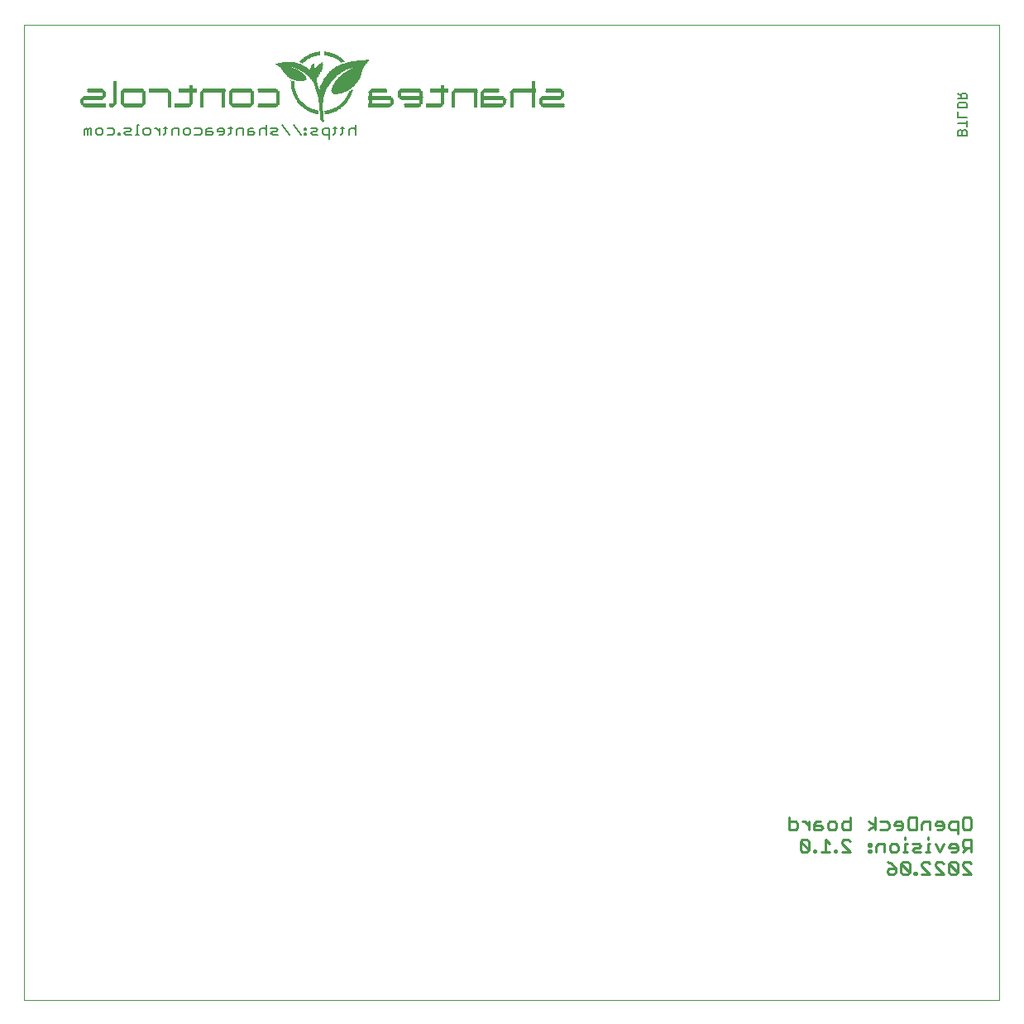
<source format=gbo>
G75*
%MOIN*%
%OFA0B0*%
%FSLAX25Y25*%
%IPPOS*%
%LPD*%
%AMOC8*
5,1,8,0,0,1.08239X$1,22.5*
%
%ADD10C,0.00000*%
%ADD11C,0.00800*%
%ADD12C,0.00900*%
%ADD13C,0.00600*%
%ADD14R,0.00200X0.00100*%
%ADD15R,0.00300X0.00100*%
%ADD16R,0.00400X0.00100*%
%ADD17R,0.00600X0.00100*%
%ADD18R,0.00700X0.00100*%
%ADD19R,0.00900X0.00100*%
%ADD20R,0.01000X0.00100*%
%ADD21R,0.01200X0.00100*%
%ADD22R,0.01100X0.00100*%
%ADD23R,0.01300X0.00100*%
%ADD24R,0.01800X0.00100*%
%ADD25R,0.02200X0.00100*%
%ADD26R,0.01500X0.00100*%
%ADD27R,0.02600X0.00100*%
%ADD28R,0.01900X0.00100*%
%ADD29R,0.02900X0.00100*%
%ADD30R,0.03200X0.00100*%
%ADD31R,0.02500X0.00100*%
%ADD32R,0.03500X0.00100*%
%ADD33R,0.02700X0.00100*%
%ADD34R,0.03700X0.00100*%
%ADD35R,0.03000X0.00100*%
%ADD36R,0.04000X0.00100*%
%ADD37R,0.03300X0.00100*%
%ADD38R,0.04200X0.00100*%
%ADD39R,0.04400X0.00100*%
%ADD40R,0.03600X0.00100*%
%ADD41R,0.04500X0.00100*%
%ADD42R,0.03800X0.00100*%
%ADD43R,0.03900X0.00100*%
%ADD44R,0.03400X0.00100*%
%ADD45R,0.03100X0.00100*%
%ADD46R,0.02800X0.00100*%
%ADD47R,0.02400X0.00100*%
%ADD48R,0.02300X0.00100*%
%ADD49R,0.01400X0.00100*%
%ADD50R,0.08900X0.00100*%
%ADD51R,0.01600X0.00100*%
%ADD52R,0.06000X0.00100*%
%ADD53R,0.02100X0.00100*%
%ADD54R,0.07400X0.00100*%
%ADD55R,0.09000X0.00100*%
%ADD56R,0.06100X0.00100*%
%ADD57R,0.07500X0.00100*%
%ADD58R,0.07600X0.00100*%
%ADD59R,0.01700X0.00100*%
%ADD60R,0.09100X0.00100*%
%ADD61R,0.06200X0.00100*%
%ADD62R,0.02000X0.00100*%
%ADD63R,0.07800X0.00100*%
%ADD64R,0.09200X0.00100*%
%ADD65R,0.06300X0.00100*%
%ADD66R,0.07700X0.00100*%
%ADD67R,0.08000X0.00100*%
%ADD68R,0.09300X0.00100*%
%ADD69R,0.06400X0.00100*%
%ADD70R,0.08200X0.00100*%
%ADD71R,0.09400X0.00100*%
%ADD72R,0.06500X0.00100*%
%ADD73R,0.07900X0.00100*%
%ADD74R,0.08400X0.00100*%
%ADD75R,0.09500X0.00100*%
%ADD76R,0.06600X0.00100*%
%ADD77R,0.08600X0.00100*%
%ADD78R,0.09600X0.00100*%
%ADD79R,0.06700X0.00100*%
%ADD80R,0.08100X0.00100*%
%ADD81R,0.08800X0.00100*%
%ADD82R,0.09700X0.00100*%
%ADD83R,0.06800X0.00100*%
%ADD84R,0.09800X0.00100*%
%ADD85R,0.06900X0.00100*%
%ADD86R,0.08300X0.00100*%
%ADD87R,0.09900X0.00100*%
%ADD88R,0.07000X0.00100*%
%ADD89R,0.10000X0.00100*%
%ADD90R,0.07100X0.00100*%
%ADD91R,0.08500X0.00100*%
%ADD92R,0.10100X0.00100*%
%ADD93R,0.07200X0.00100*%
%ADD94R,0.10200X0.00100*%
%ADD95R,0.07300X0.00100*%
%ADD96R,0.08700X0.00100*%
%ADD97R,0.10300X0.00100*%
%ADD98R,0.10400X0.00100*%
%ADD99R,0.04600X0.00100*%
%ADD100R,0.04900X0.00100*%
%ADD101R,0.05200X0.00100*%
%ADD102R,0.05400X0.00100*%
%ADD103R,0.05700X0.00100*%
%ADD104R,0.00800X0.00100*%
%ADD105R,0.05900X0.00100*%
%ADD106R,0.00100X0.00100*%
%ADD107R,0.05500X0.00100*%
%ADD108R,0.04100X0.00100*%
%ADD109R,0.04300X0.00100*%
%ADD110R,0.04700X0.00100*%
%ADD111R,0.05100X0.00100*%
%ADD112R,0.05300X0.00100*%
%ADD113R,0.04800X0.00100*%
%ADD114R,0.05000X0.00100*%
%ADD115R,0.05800X0.00100*%
%ADD116R,0.05600X0.00100*%
%ADD117R,0.11100X0.00100*%
%ADD118R,0.11000X0.00100*%
%ADD119R,0.10900X0.00100*%
%ADD120R,0.10800X0.00100*%
%ADD121R,0.10700X0.00100*%
%ADD122R,0.10500X0.00100*%
%ADD123R,0.00500X0.00100*%
D10*
X0001500Y0001500D02*
X0001500Y0394500D01*
X0394500Y0394500D01*
X0394500Y0001500D01*
X0001500Y0001500D01*
D11*
X0025640Y0349900D02*
X0025640Y0352002D01*
X0026341Y0352702D01*
X0027041Y0352002D01*
X0027041Y0349900D01*
X0028442Y0349900D02*
X0028442Y0352702D01*
X0027742Y0352702D01*
X0027041Y0352002D01*
X0030244Y0352002D02*
X0030945Y0352702D01*
X0032346Y0352702D01*
X0033046Y0352002D01*
X0033046Y0350601D01*
X0032346Y0349900D01*
X0030945Y0349900D01*
X0030244Y0350601D01*
X0030244Y0352002D01*
X0034848Y0352702D02*
X0036950Y0352702D01*
X0037650Y0352002D01*
X0037650Y0350601D01*
X0036950Y0349900D01*
X0034848Y0349900D01*
X0039252Y0349900D02*
X0039952Y0349900D01*
X0039952Y0350601D01*
X0039252Y0350601D01*
X0039252Y0349900D01*
X0041754Y0350601D02*
X0042454Y0351301D01*
X0043856Y0351301D01*
X0044556Y0352002D01*
X0043856Y0352702D01*
X0041754Y0352702D01*
X0041754Y0350601D02*
X0042454Y0349900D01*
X0044556Y0349900D01*
X0046224Y0349900D02*
X0047625Y0349900D01*
X0046925Y0349900D02*
X0046925Y0354104D01*
X0047625Y0354104D01*
X0049427Y0352002D02*
X0050128Y0352702D01*
X0051529Y0352702D01*
X0052229Y0352002D01*
X0052229Y0350601D01*
X0051529Y0349900D01*
X0050128Y0349900D01*
X0049427Y0350601D01*
X0049427Y0352002D01*
X0053964Y0352702D02*
X0054665Y0352702D01*
X0056066Y0351301D01*
X0056066Y0349900D02*
X0056066Y0352702D01*
X0057734Y0352702D02*
X0059135Y0352702D01*
X0058435Y0353403D02*
X0058435Y0350601D01*
X0057734Y0349900D01*
X0060937Y0349900D02*
X0060937Y0352002D01*
X0061637Y0352702D01*
X0063739Y0352702D01*
X0063739Y0349900D01*
X0065541Y0350601D02*
X0065541Y0352002D01*
X0066241Y0352702D01*
X0067643Y0352702D01*
X0068343Y0352002D01*
X0068343Y0350601D01*
X0067643Y0349900D01*
X0066241Y0349900D01*
X0065541Y0350601D01*
X0070145Y0349900D02*
X0072246Y0349900D01*
X0072947Y0350601D01*
X0072947Y0352002D01*
X0072246Y0352702D01*
X0070145Y0352702D01*
X0074749Y0352002D02*
X0074749Y0349900D01*
X0076850Y0349900D01*
X0077551Y0350601D01*
X0076850Y0351301D01*
X0074749Y0351301D01*
X0074749Y0352002D02*
X0075449Y0352702D01*
X0076850Y0352702D01*
X0079352Y0352002D02*
X0079352Y0351301D01*
X0082155Y0351301D01*
X0082155Y0350601D02*
X0082155Y0352002D01*
X0081454Y0352702D01*
X0080053Y0352702D01*
X0079352Y0352002D01*
X0080053Y0349900D02*
X0081454Y0349900D01*
X0082155Y0350601D01*
X0083823Y0349900D02*
X0084524Y0350601D01*
X0084524Y0353403D01*
X0085224Y0352702D02*
X0083823Y0352702D01*
X0087026Y0352002D02*
X0087026Y0349900D01*
X0087026Y0352002D02*
X0087726Y0352702D01*
X0089828Y0352702D01*
X0089828Y0349900D01*
X0091630Y0349900D02*
X0093731Y0349900D01*
X0094432Y0350601D01*
X0093731Y0351301D01*
X0091630Y0351301D01*
X0091630Y0352002D02*
X0091630Y0349900D01*
X0091630Y0352002D02*
X0092330Y0352702D01*
X0093731Y0352702D01*
X0096234Y0352002D02*
X0096234Y0349900D01*
X0096234Y0352002D02*
X0096934Y0352702D01*
X0098335Y0352702D01*
X0099036Y0352002D01*
X0100837Y0352702D02*
X0102939Y0352702D01*
X0103640Y0352002D01*
X0102939Y0351301D01*
X0101538Y0351301D01*
X0100837Y0350601D01*
X0101538Y0349900D01*
X0103640Y0349900D01*
X0105441Y0354104D02*
X0108244Y0349900D01*
X0110045Y0354104D02*
X0112848Y0349900D01*
X0114449Y0349900D02*
X0115150Y0349900D01*
X0115150Y0350601D01*
X0114449Y0350601D01*
X0114449Y0349900D01*
X0114449Y0352002D02*
X0115150Y0352002D01*
X0115150Y0352702D01*
X0114449Y0352702D01*
X0114449Y0352002D01*
X0116951Y0352702D02*
X0119053Y0352702D01*
X0119754Y0352002D01*
X0119053Y0351301D01*
X0117652Y0351301D01*
X0116951Y0350601D01*
X0117652Y0349900D01*
X0119754Y0349900D01*
X0121555Y0350601D02*
X0122256Y0349900D01*
X0124358Y0349900D01*
X0124358Y0348499D02*
X0124358Y0352702D01*
X0122256Y0352702D01*
X0121555Y0352002D01*
X0121555Y0350601D01*
X0126026Y0349900D02*
X0126726Y0350601D01*
X0126726Y0353403D01*
X0126026Y0352702D02*
X0127427Y0352702D01*
X0129095Y0352702D02*
X0130496Y0352702D01*
X0129795Y0353403D02*
X0129795Y0350601D01*
X0129095Y0349900D01*
X0132298Y0349900D02*
X0132298Y0352002D01*
X0132998Y0352702D01*
X0134399Y0352702D01*
X0135100Y0352002D01*
X0135100Y0354104D02*
X0135100Y0349900D01*
X0099036Y0349900D02*
X0099036Y0354104D01*
D12*
X0309667Y0075054D02*
X0309667Y0069950D01*
X0312220Y0069950D01*
X0313070Y0070801D01*
X0313070Y0072502D01*
X0312220Y0073353D01*
X0309667Y0073353D01*
X0315122Y0073353D02*
X0315973Y0073353D01*
X0317674Y0071651D01*
X0317674Y0069950D02*
X0317674Y0073353D01*
X0319796Y0072502D02*
X0319796Y0069950D01*
X0322348Y0069950D01*
X0323199Y0070801D01*
X0322348Y0071651D01*
X0319796Y0071651D01*
X0319796Y0072502D02*
X0320647Y0073353D01*
X0322348Y0073353D01*
X0325321Y0072502D02*
X0325321Y0070801D01*
X0326171Y0069950D01*
X0327873Y0069950D01*
X0328724Y0070801D01*
X0328724Y0072502D01*
X0327873Y0073353D01*
X0326171Y0073353D01*
X0325321Y0072502D01*
X0330845Y0072502D02*
X0330845Y0070801D01*
X0331696Y0069950D01*
X0334248Y0069950D01*
X0334248Y0075054D01*
X0334248Y0073353D02*
X0331696Y0073353D01*
X0330845Y0072502D01*
X0331696Y0066054D02*
X0333398Y0066054D01*
X0334248Y0065204D01*
X0331696Y0066054D02*
X0330845Y0065204D01*
X0330845Y0064353D01*
X0334248Y0060950D01*
X0330845Y0060950D01*
X0328724Y0060950D02*
X0327873Y0060950D01*
X0327873Y0061801D01*
X0328724Y0061801D01*
X0328724Y0060950D01*
X0325961Y0060950D02*
X0322558Y0060950D01*
X0324260Y0060950D02*
X0324260Y0066054D01*
X0325961Y0064353D01*
X0320437Y0061801D02*
X0319586Y0061801D01*
X0319586Y0060950D01*
X0320437Y0060950D01*
X0320437Y0061801D01*
X0317674Y0061801D02*
X0314271Y0065204D01*
X0314271Y0061801D01*
X0315122Y0060950D01*
X0316823Y0060950D01*
X0317674Y0061801D01*
X0317674Y0065204D01*
X0316823Y0066054D01*
X0315122Y0066054D01*
X0314271Y0065204D01*
X0341685Y0064353D02*
X0341685Y0063502D01*
X0342535Y0063502D01*
X0342535Y0064353D01*
X0341685Y0064353D01*
X0341685Y0061801D02*
X0341685Y0060950D01*
X0342535Y0060950D01*
X0342535Y0061801D01*
X0341685Y0061801D01*
X0344657Y0060950D02*
X0344657Y0063502D01*
X0345508Y0064353D01*
X0348060Y0064353D01*
X0348060Y0060950D01*
X0350182Y0061801D02*
X0350182Y0063502D01*
X0351033Y0064353D01*
X0352734Y0064353D01*
X0353585Y0063502D01*
X0353585Y0061801D01*
X0352734Y0060950D01*
X0351033Y0060950D01*
X0350182Y0061801D01*
X0349261Y0057054D02*
X0350963Y0056204D01*
X0352664Y0054502D01*
X0350112Y0054502D01*
X0349261Y0053651D01*
X0349261Y0052801D01*
X0350112Y0051950D01*
X0351813Y0051950D01*
X0352664Y0052801D01*
X0352664Y0054502D01*
X0354786Y0052801D02*
X0355637Y0051950D01*
X0357338Y0051950D01*
X0358189Y0052801D01*
X0354786Y0056204D01*
X0354786Y0052801D01*
X0354786Y0056204D02*
X0355637Y0057054D01*
X0357338Y0057054D01*
X0358189Y0056204D01*
X0358189Y0052801D01*
X0360100Y0052801D02*
X0360100Y0051950D01*
X0360951Y0051950D01*
X0360951Y0052801D01*
X0360100Y0052801D01*
X0363073Y0051950D02*
X0366476Y0051950D01*
X0363073Y0055353D01*
X0363073Y0056204D01*
X0363924Y0057054D01*
X0365625Y0057054D01*
X0366476Y0056204D01*
X0368598Y0056204D02*
X0368598Y0055353D01*
X0372001Y0051950D01*
X0368598Y0051950D01*
X0368598Y0056204D02*
X0369448Y0057054D01*
X0371150Y0057054D01*
X0372001Y0056204D01*
X0374122Y0056204D02*
X0374122Y0052801D01*
X0374973Y0051950D01*
X0376675Y0051950D01*
X0377525Y0052801D01*
X0374122Y0056204D01*
X0374973Y0057054D01*
X0376675Y0057054D01*
X0377525Y0056204D01*
X0377525Y0052801D01*
X0379647Y0051950D02*
X0383050Y0051950D01*
X0379647Y0055353D01*
X0379647Y0056204D01*
X0380498Y0057054D01*
X0382199Y0057054D01*
X0383050Y0056204D01*
X0383050Y0060950D02*
X0383050Y0066054D01*
X0380498Y0066054D01*
X0379647Y0065204D01*
X0379647Y0063502D01*
X0380498Y0062651D01*
X0383050Y0062651D01*
X0381349Y0062651D02*
X0379647Y0060950D01*
X0377525Y0061801D02*
X0377525Y0063502D01*
X0376675Y0064353D01*
X0374973Y0064353D01*
X0374122Y0063502D01*
X0374122Y0062651D01*
X0377525Y0062651D01*
X0377525Y0061801D02*
X0376675Y0060950D01*
X0374973Y0060950D01*
X0372001Y0064353D02*
X0370299Y0060950D01*
X0368598Y0064353D01*
X0366476Y0064353D02*
X0365625Y0064353D01*
X0365625Y0060950D01*
X0366476Y0060950D02*
X0364774Y0060950D01*
X0362793Y0060950D02*
X0360241Y0060950D01*
X0359390Y0061801D01*
X0360241Y0062651D01*
X0361942Y0062651D01*
X0362793Y0063502D01*
X0361942Y0064353D01*
X0359390Y0064353D01*
X0357268Y0064353D02*
X0356417Y0064353D01*
X0356417Y0060950D01*
X0355567Y0060950D02*
X0357268Y0060950D01*
X0356417Y0066054D02*
X0356417Y0066905D01*
X0354576Y0069950D02*
X0355426Y0070801D01*
X0355426Y0072502D01*
X0354576Y0073353D01*
X0352874Y0073353D01*
X0352024Y0072502D01*
X0352024Y0071651D01*
X0355426Y0071651D01*
X0354576Y0069950D02*
X0352874Y0069950D01*
X0349902Y0070801D02*
X0349902Y0072502D01*
X0349051Y0073353D01*
X0346499Y0073353D01*
X0344377Y0075054D02*
X0344377Y0069950D01*
X0344377Y0071651D02*
X0341825Y0069950D01*
X0344377Y0071651D02*
X0341825Y0073353D01*
X0346499Y0069950D02*
X0349051Y0069950D01*
X0349902Y0070801D01*
X0357548Y0070801D02*
X0357548Y0074204D01*
X0358399Y0075054D01*
X0360951Y0075054D01*
X0360951Y0069950D01*
X0358399Y0069950D01*
X0357548Y0070801D01*
X0363073Y0069950D02*
X0363073Y0072502D01*
X0363924Y0073353D01*
X0366476Y0073353D01*
X0366476Y0069950D01*
X0368598Y0071651D02*
X0372001Y0071651D01*
X0372001Y0070801D02*
X0372001Y0072502D01*
X0371150Y0073353D01*
X0369448Y0073353D01*
X0368598Y0072502D01*
X0368598Y0071651D01*
X0369448Y0069950D02*
X0371150Y0069950D01*
X0372001Y0070801D01*
X0374122Y0070801D02*
X0374122Y0072502D01*
X0374973Y0073353D01*
X0377525Y0073353D01*
X0377525Y0068249D01*
X0377525Y0069950D02*
X0374973Y0069950D01*
X0374122Y0070801D01*
X0379647Y0070801D02*
X0379647Y0074204D01*
X0380498Y0075054D01*
X0382199Y0075054D01*
X0383050Y0074204D01*
X0383050Y0070801D01*
X0382199Y0069950D01*
X0380498Y0069950D01*
X0379647Y0070801D01*
X0365625Y0066905D02*
X0365625Y0066054D01*
D13*
X0377800Y0349800D02*
X0377800Y0351501D01*
X0378367Y0352069D01*
X0378934Y0352069D01*
X0379501Y0351501D01*
X0379501Y0349800D01*
X0377800Y0349800D02*
X0381203Y0349800D01*
X0381203Y0351501D01*
X0380636Y0352069D01*
X0380069Y0352069D01*
X0379501Y0351501D01*
X0381203Y0353483D02*
X0381203Y0355752D01*
X0381203Y0354617D02*
X0377800Y0354617D01*
X0377800Y0357166D02*
X0377800Y0359435D01*
X0377800Y0360849D02*
X0377800Y0362551D01*
X0378367Y0363118D01*
X0380636Y0363118D01*
X0381203Y0362551D01*
X0381203Y0360849D01*
X0377800Y0360849D01*
X0377800Y0357166D02*
X0381203Y0357166D01*
X0381203Y0364533D02*
X0377800Y0364533D01*
X0378934Y0364533D02*
X0378934Y0366234D01*
X0379501Y0366801D01*
X0380636Y0366801D01*
X0381203Y0366234D01*
X0381203Y0364533D01*
X0378934Y0365667D02*
X0377800Y0366801D01*
D14*
X0133750Y0368000D03*
X0119850Y0358300D03*
X0122050Y0355000D03*
X0113550Y0378800D03*
D15*
X0118000Y0378400D03*
X0121600Y0378900D03*
X0129300Y0379100D03*
X0133600Y0367900D03*
X0122000Y0355100D03*
D16*
X0121950Y0355200D03*
X0133550Y0367800D03*
X0109250Y0371500D03*
D17*
X0109350Y0371400D03*
X0117850Y0378200D03*
X0121450Y0378800D03*
X0133450Y0367700D03*
X0122950Y0358300D03*
X0121850Y0355300D03*
D18*
X0121800Y0355400D03*
X0119600Y0358400D03*
X0127000Y0366400D03*
X0133400Y0367600D03*
X0129400Y0379200D03*
X0121400Y0378700D03*
D19*
X0121300Y0378600D03*
X0117800Y0377900D03*
X0112700Y0371600D03*
X0109500Y0371300D03*
X0121700Y0355500D03*
X0133200Y0367400D03*
D20*
X0119650Y0367800D03*
X0117750Y0377800D03*
X0121250Y0378500D03*
X0121650Y0355600D03*
D21*
X0121550Y0355700D03*
X0121550Y0355800D03*
X0121450Y0356600D03*
X0121450Y0356700D03*
X0121450Y0356800D03*
X0121450Y0356900D03*
X0121350Y0357500D03*
X0121350Y0357600D03*
X0121350Y0357700D03*
X0121350Y0357800D03*
X0121350Y0357900D03*
X0121350Y0358000D03*
X0121350Y0358100D03*
X0121250Y0358400D03*
X0121250Y0358500D03*
X0121250Y0358600D03*
X0121250Y0358700D03*
X0121250Y0358800D03*
X0121250Y0358900D03*
X0121250Y0359000D03*
X0121250Y0359100D03*
X0121250Y0359200D03*
X0121150Y0359600D03*
X0121150Y0359700D03*
X0121150Y0359800D03*
X0121150Y0359900D03*
X0121150Y0360000D03*
X0119550Y0368200D03*
X0119450Y0368600D03*
X0119350Y0368900D03*
X0119350Y0369000D03*
X0119350Y0369100D03*
X0119250Y0369200D03*
X0119250Y0369300D03*
X0119250Y0369400D03*
X0119150Y0369600D03*
X0119150Y0369700D03*
X0117750Y0377500D03*
X0117750Y0377600D03*
X0121150Y0378400D03*
X0119950Y0383100D03*
X0113350Y0379100D03*
X0109650Y0371200D03*
X0109650Y0371100D03*
X0109650Y0371000D03*
X0109650Y0370600D03*
X0109650Y0370500D03*
X0109650Y0370400D03*
X0109650Y0370300D03*
X0109650Y0370200D03*
X0109650Y0370100D03*
X0109750Y0369200D03*
X0109750Y0369100D03*
D22*
X0117800Y0377700D03*
X0119400Y0368800D03*
X0119400Y0368700D03*
X0119500Y0368500D03*
X0119500Y0368400D03*
X0119500Y0368300D03*
X0119600Y0368100D03*
X0119600Y0368000D03*
X0119600Y0367900D03*
X0121300Y0358300D03*
X0121300Y0358200D03*
X0121400Y0357400D03*
X0121400Y0357300D03*
X0121400Y0357200D03*
X0121400Y0357100D03*
X0121400Y0357000D03*
X0121500Y0356500D03*
X0121500Y0356400D03*
X0121500Y0356300D03*
X0121500Y0356200D03*
X0121500Y0356100D03*
X0121500Y0356000D03*
X0121500Y0355900D03*
X0133100Y0367300D03*
X0129500Y0379300D03*
X0139800Y0379900D03*
D23*
X0133000Y0367200D03*
X0132900Y0367100D03*
X0132900Y0367000D03*
X0132800Y0366800D03*
X0132800Y0366700D03*
X0132700Y0366500D03*
X0132600Y0366200D03*
X0132500Y0366000D03*
X0123300Y0358400D03*
X0121200Y0359300D03*
X0121200Y0359400D03*
X0121200Y0359500D03*
X0121100Y0360100D03*
X0121100Y0360200D03*
X0121100Y0360300D03*
X0121100Y0360400D03*
X0121100Y0360500D03*
X0121100Y0360600D03*
X0121100Y0360700D03*
X0121100Y0360800D03*
X0121000Y0361200D03*
X0121000Y0361300D03*
X0121000Y0361400D03*
X0121000Y0361500D03*
X0119300Y0358500D03*
X0119200Y0369500D03*
X0119100Y0369800D03*
X0119100Y0369900D03*
X0119000Y0370000D03*
X0119000Y0370100D03*
X0119000Y0370200D03*
X0118900Y0370400D03*
X0118800Y0370700D03*
X0121100Y0378300D03*
X0123200Y0383100D03*
X0109600Y0370900D03*
X0109600Y0370800D03*
X0109600Y0370700D03*
X0109700Y0370000D03*
X0109700Y0369900D03*
X0109700Y0369800D03*
X0109700Y0369700D03*
X0109700Y0369600D03*
X0109700Y0369500D03*
X0109700Y0369400D03*
X0109700Y0369300D03*
X0109800Y0369000D03*
X0109800Y0368900D03*
X0109800Y0368800D03*
X0109800Y0368700D03*
X0109800Y0368600D03*
X0109800Y0368500D03*
X0109900Y0368400D03*
X0109900Y0368300D03*
X0109900Y0368200D03*
X0109900Y0368100D03*
X0110000Y0368000D03*
X0110000Y0367900D03*
X0110000Y0367800D03*
X0110000Y0367700D03*
X0110100Y0367600D03*
X0110100Y0367500D03*
X0110100Y0367400D03*
X0110200Y0367200D03*
X0110200Y0367100D03*
X0110300Y0366900D03*
X0110300Y0366800D03*
X0110400Y0366600D03*
X0110400Y0366500D03*
X0110500Y0366300D03*
X0110700Y0365800D03*
D24*
X0112950Y0362500D03*
X0113050Y0362400D03*
X0113150Y0362300D03*
X0113250Y0362200D03*
X0113350Y0362100D03*
X0113450Y0362000D03*
X0120850Y0363600D03*
X0123450Y0358500D03*
X0129550Y0361900D03*
X0129650Y0362000D03*
X0129750Y0362100D03*
X0129850Y0362200D03*
X0129950Y0362300D03*
X0130050Y0362400D03*
X0130150Y0362500D03*
X0130250Y0362600D03*
X0118350Y0371800D03*
X0118350Y0371900D03*
X0120750Y0377800D03*
X0120850Y0377900D03*
X0113650Y0379600D03*
X0113550Y0379500D03*
X0113450Y0379400D03*
X0036650Y0361300D03*
D25*
X0036850Y0361700D03*
X0114750Y0361000D03*
X0118750Y0358800D03*
X0123650Y0358600D03*
X0128250Y0360900D03*
X0128350Y0361000D03*
X0120850Y0364700D03*
X0120550Y0377400D03*
X0114950Y0380600D03*
X0114650Y0380400D03*
X0128150Y0380600D03*
X0128350Y0380500D03*
X0128450Y0380400D03*
D26*
X0121000Y0378100D03*
X0117800Y0377100D03*
X0117800Y0377000D03*
X0118500Y0371500D03*
X0118600Y0371300D03*
X0118600Y0371200D03*
X0118700Y0371000D03*
X0110900Y0365400D03*
X0111000Y0365200D03*
X0111100Y0365000D03*
X0111300Y0364700D03*
X0111400Y0364500D03*
X0111500Y0364400D03*
X0111500Y0364300D03*
X0111600Y0364200D03*
X0111700Y0364100D03*
X0111700Y0364000D03*
X0111800Y0363900D03*
X0111900Y0363800D03*
X0112100Y0363500D03*
X0119100Y0358600D03*
X0120900Y0362300D03*
X0120900Y0362400D03*
X0131100Y0363600D03*
X0131300Y0363900D03*
X0131400Y0364000D03*
X0131500Y0364100D03*
X0131500Y0364200D03*
X0131600Y0364300D03*
X0131700Y0364500D03*
X0131800Y0364600D03*
X0131900Y0364800D03*
X0132000Y0365000D03*
X0149600Y0363900D03*
X0149600Y0363800D03*
X0149600Y0363700D03*
X0149600Y0363600D03*
X0149600Y0363500D03*
X0149600Y0363400D03*
X0149600Y0363300D03*
X0149600Y0363200D03*
X0149600Y0363100D03*
X0149600Y0363000D03*
X0149600Y0362900D03*
X0149600Y0362800D03*
X0149600Y0362700D03*
X0149600Y0362600D03*
X0161300Y0362600D03*
X0161300Y0362700D03*
X0161300Y0362800D03*
X0161300Y0362900D03*
X0161300Y0363000D03*
X0161300Y0363100D03*
X0161300Y0363200D03*
X0161300Y0363300D03*
X0161300Y0363400D03*
X0161300Y0363500D03*
X0161300Y0363600D03*
X0161300Y0363700D03*
X0161300Y0363800D03*
X0161300Y0363900D03*
X0161300Y0365600D03*
X0161300Y0365700D03*
X0161300Y0365800D03*
X0161300Y0365900D03*
X0161300Y0366000D03*
X0161300Y0366100D03*
X0161300Y0366200D03*
X0161300Y0366300D03*
X0161300Y0366400D03*
X0161300Y0366500D03*
X0161300Y0366600D03*
X0161300Y0366700D03*
X0161300Y0366800D03*
X0093500Y0366800D03*
X0093500Y0366700D03*
X0093500Y0366600D03*
X0093500Y0366500D03*
X0093500Y0366400D03*
X0093500Y0366300D03*
X0093500Y0366200D03*
X0093500Y0366100D03*
X0093500Y0366000D03*
X0093500Y0365900D03*
X0093500Y0365800D03*
X0093500Y0365700D03*
X0093500Y0365600D03*
X0093500Y0365500D03*
X0093500Y0365400D03*
X0093500Y0365300D03*
X0093500Y0365200D03*
X0093500Y0365100D03*
X0093500Y0365000D03*
X0093500Y0364900D03*
X0093500Y0364800D03*
X0093500Y0364700D03*
X0093500Y0364600D03*
X0093500Y0364500D03*
X0093500Y0364400D03*
X0093500Y0364300D03*
X0093500Y0364200D03*
X0093500Y0364100D03*
X0093500Y0364000D03*
X0093500Y0363900D03*
X0093500Y0363800D03*
X0093500Y0363700D03*
X0093500Y0363600D03*
X0093500Y0363500D03*
X0093500Y0363400D03*
X0093500Y0363300D03*
X0093500Y0363200D03*
X0093500Y0363100D03*
X0093500Y0363000D03*
X0093500Y0362900D03*
X0093500Y0362800D03*
X0093500Y0362700D03*
X0093500Y0362600D03*
X0081800Y0362600D03*
X0081800Y0362700D03*
X0081800Y0362800D03*
X0081800Y0362900D03*
X0081800Y0363000D03*
X0081800Y0363100D03*
X0081800Y0363200D03*
X0081800Y0363300D03*
X0081800Y0363400D03*
X0081800Y0363500D03*
X0081800Y0363600D03*
X0081800Y0363700D03*
X0081800Y0363800D03*
X0081800Y0363900D03*
X0081800Y0364000D03*
X0081800Y0364100D03*
X0081800Y0364200D03*
X0081800Y0364300D03*
X0081800Y0364400D03*
X0081800Y0364500D03*
X0081800Y0364600D03*
X0081800Y0364700D03*
X0081800Y0364800D03*
X0081800Y0364900D03*
X0081800Y0365000D03*
X0081800Y0365100D03*
X0081800Y0365200D03*
X0081800Y0365300D03*
X0081800Y0365400D03*
X0081800Y0365500D03*
X0081800Y0365600D03*
X0081800Y0365700D03*
X0081800Y0365800D03*
X0081800Y0365900D03*
X0081800Y0366000D03*
X0081800Y0366100D03*
X0081800Y0366200D03*
X0081800Y0366300D03*
X0081800Y0366400D03*
X0081800Y0366500D03*
X0081800Y0366600D03*
X0081800Y0366700D03*
X0081800Y0366800D03*
X0081800Y0362500D03*
X0081800Y0362400D03*
X0081800Y0362300D03*
X0081800Y0362200D03*
X0081800Y0362100D03*
X0081800Y0362000D03*
X0081800Y0361900D03*
X0081800Y0361800D03*
X0081800Y0361700D03*
X0081800Y0361600D03*
X0081800Y0361500D03*
X0081800Y0361400D03*
X0081800Y0361300D03*
X0081800Y0361200D03*
X0081800Y0361100D03*
X0059900Y0361100D03*
X0059900Y0361200D03*
X0059900Y0361300D03*
X0059900Y0361400D03*
X0059900Y0361500D03*
X0059900Y0361600D03*
X0059900Y0361700D03*
X0059900Y0361800D03*
X0059900Y0361900D03*
X0059900Y0362000D03*
X0059900Y0362100D03*
X0059900Y0362200D03*
X0059900Y0362300D03*
X0059900Y0362400D03*
X0059900Y0362500D03*
X0059900Y0362600D03*
X0059900Y0362700D03*
X0059900Y0362800D03*
X0059900Y0362900D03*
X0059900Y0363000D03*
X0059900Y0363100D03*
X0059900Y0363200D03*
X0059900Y0363300D03*
X0059900Y0363400D03*
X0059900Y0363500D03*
X0059900Y0363600D03*
X0059900Y0363700D03*
X0059900Y0363800D03*
X0059900Y0363900D03*
X0059900Y0364000D03*
X0059900Y0364100D03*
X0059900Y0364200D03*
X0059900Y0364300D03*
X0059900Y0364400D03*
X0059900Y0364500D03*
X0059900Y0364600D03*
X0059900Y0364700D03*
X0059900Y0364800D03*
X0059900Y0364900D03*
X0059900Y0365000D03*
X0059900Y0365100D03*
X0059900Y0365200D03*
X0059900Y0365300D03*
X0059900Y0365400D03*
X0059900Y0365500D03*
X0059900Y0365600D03*
X0059900Y0365700D03*
X0059900Y0365800D03*
X0059900Y0365900D03*
X0059900Y0366000D03*
X0059900Y0366100D03*
X0059900Y0366200D03*
X0059900Y0366300D03*
X0059900Y0366400D03*
X0059900Y0366500D03*
X0059900Y0366600D03*
X0059900Y0366700D03*
X0059900Y0366800D03*
X0040900Y0366800D03*
X0040900Y0366700D03*
X0040900Y0366600D03*
X0040900Y0366500D03*
X0040900Y0366400D03*
X0040900Y0366300D03*
X0040900Y0366200D03*
X0040900Y0366100D03*
X0040900Y0366000D03*
X0040900Y0365900D03*
X0040900Y0365800D03*
X0040900Y0365700D03*
X0040900Y0365600D03*
X0040900Y0365500D03*
X0040900Y0365400D03*
X0040900Y0365300D03*
X0040900Y0365200D03*
X0040900Y0365100D03*
X0040900Y0365000D03*
X0040900Y0364900D03*
X0040900Y0364800D03*
X0040900Y0364700D03*
X0040900Y0364600D03*
X0040900Y0364500D03*
X0040900Y0364400D03*
X0040900Y0364300D03*
X0040900Y0364200D03*
X0040900Y0364100D03*
X0040900Y0364000D03*
X0040900Y0363900D03*
X0040900Y0363800D03*
X0040900Y0363700D03*
X0040900Y0363600D03*
X0040900Y0363500D03*
X0040900Y0363400D03*
X0040900Y0363300D03*
X0040900Y0363200D03*
X0040900Y0363100D03*
X0040900Y0363000D03*
X0040900Y0362900D03*
X0040900Y0362800D03*
X0040900Y0362700D03*
X0040900Y0362600D03*
X0024800Y0362600D03*
X0024800Y0362700D03*
X0024800Y0362800D03*
X0024800Y0362900D03*
X0024800Y0363000D03*
X0024800Y0363100D03*
X0024800Y0363200D03*
X0024800Y0363300D03*
X0024800Y0363400D03*
X0024800Y0363500D03*
X0024800Y0363600D03*
X0024800Y0363700D03*
X0024800Y0363800D03*
X0024800Y0363900D03*
D27*
X0037050Y0362100D03*
X0115750Y0360400D03*
X0120950Y0365500D03*
X0120950Y0365600D03*
X0123850Y0358700D03*
X0118050Y0372700D03*
X0120150Y0376600D03*
X0120250Y0376800D03*
X0127350Y0381100D03*
D28*
X0129000Y0380000D03*
X0129400Y0379700D03*
X0129500Y0379600D03*
X0129600Y0379500D03*
X0120700Y0377700D03*
X0118300Y0372000D03*
X0120900Y0364100D03*
X0120900Y0364000D03*
X0120900Y0363900D03*
X0120900Y0363800D03*
X0120900Y0363700D03*
X0118900Y0358700D03*
X0113800Y0361700D03*
X0113700Y0361800D03*
X0113600Y0361900D03*
X0129200Y0361600D03*
X0129300Y0361700D03*
X0129400Y0361800D03*
X0113800Y0379700D03*
X0113900Y0379800D03*
X0114000Y0379900D03*
X0113300Y0379300D03*
X0036700Y0361400D03*
D29*
X0037200Y0362400D03*
X0116400Y0381400D03*
X0126700Y0381400D03*
X0122300Y0369200D03*
X0122200Y0369000D03*
X0122100Y0368800D03*
X0122000Y0368600D03*
X0126800Y0360100D03*
X0124000Y0358800D03*
D30*
X0124150Y0358900D03*
X0116850Y0359900D03*
X0120950Y0366600D03*
X0120950Y0366700D03*
X0122750Y0370100D03*
X0122850Y0370200D03*
X0122850Y0370300D03*
X0122950Y0370400D03*
X0123050Y0370600D03*
X0112650Y0371800D03*
X0116850Y0381600D03*
X0126250Y0381600D03*
D31*
X0127500Y0381000D03*
X0127700Y0380900D03*
X0123800Y0382800D03*
X0119300Y0382800D03*
X0115800Y0381100D03*
X0115600Y0381000D03*
X0120300Y0376900D03*
X0118100Y0372600D03*
X0120900Y0365400D03*
X0120900Y0365300D03*
X0120900Y0365200D03*
X0118600Y0358900D03*
X0127400Y0360400D03*
X0127600Y0360500D03*
X0037000Y0362000D03*
D32*
X0118100Y0359300D03*
X0124300Y0359000D03*
X0121000Y0367000D03*
X0121000Y0367100D03*
X0121000Y0367200D03*
X0123500Y0371300D03*
X0123600Y0371400D03*
X0123600Y0371500D03*
X0123700Y0371600D03*
D33*
X0127300Y0366600D03*
X0127200Y0360300D03*
X0127000Y0360200D03*
X0120900Y0365700D03*
X0120900Y0365800D03*
X0118500Y0359000D03*
X0115900Y0360300D03*
X0120100Y0376500D03*
X0120200Y0376700D03*
X0116200Y0381300D03*
X0116000Y0381200D03*
X0127100Y0381200D03*
X0037100Y0362200D03*
D34*
X0117400Y0359700D03*
X0124400Y0359100D03*
X0121000Y0367400D03*
X0123900Y0371900D03*
X0124000Y0372000D03*
X0124100Y0372200D03*
X0124200Y0372300D03*
X0125600Y0381800D03*
X0117500Y0381800D03*
D35*
X0116650Y0381500D03*
X0118050Y0373000D03*
X0122550Y0369700D03*
X0122450Y0369500D03*
X0122350Y0369300D03*
X0122250Y0369100D03*
X0122150Y0368900D03*
X0120950Y0366400D03*
X0120950Y0366300D03*
X0120950Y0366200D03*
X0118350Y0359100D03*
X0116550Y0360000D03*
X0126550Y0360000D03*
X0037250Y0362500D03*
D36*
X0117850Y0373600D03*
X0124750Y0373000D03*
X0124850Y0373100D03*
X0124950Y0373200D03*
X0125250Y0381900D03*
X0136050Y0376900D03*
X0124550Y0359200D03*
D37*
X0118200Y0359200D03*
X0117100Y0359800D03*
X0121000Y0366800D03*
X0121000Y0366900D03*
X0123000Y0370500D03*
X0123100Y0370700D03*
X0123200Y0370800D03*
X0123300Y0371000D03*
X0127400Y0366700D03*
X0118000Y0373200D03*
D38*
X0117850Y0373700D03*
X0114150Y0376200D03*
X0113950Y0376300D03*
X0106650Y0377200D03*
X0125250Y0373500D03*
X0125350Y0373600D03*
X0127650Y0366900D03*
X0124650Y0359300D03*
X0135850Y0376700D03*
D39*
X0135650Y0376500D03*
X0119150Y0376300D03*
X0119150Y0376200D03*
X0119150Y0376100D03*
X0119050Y0375900D03*
X0119050Y0375800D03*
X0117850Y0373800D03*
X0113650Y0376500D03*
X0113450Y0376600D03*
X0112550Y0372000D03*
X0106850Y0377100D03*
X0124750Y0359400D03*
D40*
X0125750Y0359700D03*
X0117950Y0359400D03*
X0121050Y0367300D03*
X0123750Y0371700D03*
X0123850Y0371800D03*
X0124050Y0372100D03*
X0117950Y0373400D03*
X0118750Y0382400D03*
X0124350Y0382400D03*
D41*
X0124800Y0382000D03*
X0119200Y0376400D03*
X0117800Y0373900D03*
X0125800Y0374100D03*
X0125900Y0374200D03*
X0126000Y0374300D03*
X0118300Y0382000D03*
X0107000Y0377000D03*
X0124900Y0359500D03*
D42*
X0117850Y0359500D03*
X0121050Y0367500D03*
X0121050Y0367600D03*
X0124250Y0372400D03*
X0124350Y0372500D03*
X0124450Y0372600D03*
X0117950Y0373500D03*
X0127550Y0366800D03*
D43*
X0121100Y0367700D03*
X0124500Y0372700D03*
X0124600Y0372800D03*
X0124700Y0372900D03*
X0124500Y0382300D03*
X0118600Y0382300D03*
X0114500Y0376000D03*
X0114600Y0375900D03*
X0114800Y0375800D03*
X0112600Y0371900D03*
X0108000Y0379000D03*
X0117700Y0359600D03*
X0125400Y0359600D03*
X0136200Y0377000D03*
X0138300Y0379700D03*
D44*
X0125950Y0381700D03*
X0124250Y0382500D03*
X0118850Y0382500D03*
X0117150Y0381700D03*
X0117950Y0373300D03*
X0123250Y0370900D03*
X0123350Y0371100D03*
X0123450Y0371200D03*
X0126050Y0359800D03*
D45*
X0126300Y0359900D03*
X0121000Y0366500D03*
X0122400Y0369400D03*
X0122500Y0369600D03*
X0122600Y0369800D03*
X0122700Y0369900D03*
X0122700Y0370000D03*
X0118000Y0373100D03*
X0119000Y0382600D03*
X0124100Y0382600D03*
X0126500Y0381500D03*
D46*
X0126950Y0381300D03*
X0123950Y0382700D03*
X0119150Y0382700D03*
X0118050Y0372900D03*
X0118050Y0372800D03*
X0122050Y0368700D03*
X0121950Y0368500D03*
X0121950Y0368400D03*
X0121850Y0368300D03*
X0121850Y0368200D03*
X0121750Y0368100D03*
X0121750Y0368000D03*
X0121750Y0367900D03*
X0121650Y0367800D03*
X0120950Y0366100D03*
X0120950Y0366000D03*
X0120950Y0365900D03*
X0116350Y0360100D03*
X0116150Y0360200D03*
X0138850Y0379800D03*
X0037150Y0362300D03*
D47*
X0036950Y0361900D03*
X0112650Y0371700D03*
X0118150Y0372500D03*
X0120350Y0377000D03*
X0115450Y0380900D03*
X0115250Y0380800D03*
X0127850Y0380800D03*
X0127750Y0360600D03*
X0115550Y0360500D03*
X0115350Y0360600D03*
D48*
X0115200Y0360700D03*
X0115100Y0360800D03*
X0114900Y0360900D03*
X0120900Y0364800D03*
X0120900Y0364900D03*
X0120900Y0365000D03*
X0120900Y0365100D03*
X0118200Y0372400D03*
X0120400Y0377100D03*
X0120500Y0377200D03*
X0120500Y0377300D03*
X0115100Y0380700D03*
X0128000Y0380700D03*
X0128100Y0360800D03*
X0127900Y0360700D03*
X0036900Y0361800D03*
D49*
X0110150Y0367300D03*
X0110250Y0367000D03*
X0110350Y0366700D03*
X0110450Y0366400D03*
X0110550Y0366200D03*
X0110550Y0366100D03*
X0110650Y0366000D03*
X0110650Y0365900D03*
X0110750Y0365700D03*
X0110850Y0365600D03*
X0110850Y0365500D03*
X0110950Y0365300D03*
X0111050Y0365100D03*
X0111150Y0364900D03*
X0111250Y0364800D03*
X0111350Y0364600D03*
X0118750Y0370800D03*
X0118750Y0370900D03*
X0118650Y0371100D03*
X0118850Y0370600D03*
X0118850Y0370500D03*
X0118950Y0370300D03*
X0117750Y0377200D03*
X0117750Y0377300D03*
X0117750Y0377400D03*
X0121050Y0378200D03*
X0132850Y0366900D03*
X0132750Y0366600D03*
X0132650Y0366400D03*
X0132650Y0366300D03*
X0132550Y0366100D03*
X0132450Y0365900D03*
X0132450Y0365800D03*
X0132350Y0365700D03*
X0132350Y0365600D03*
X0132250Y0365500D03*
X0132250Y0365400D03*
X0132150Y0365300D03*
X0132150Y0365200D03*
X0132050Y0365100D03*
X0131950Y0364900D03*
X0131850Y0364700D03*
X0131650Y0364400D03*
X0120950Y0362200D03*
X0120950Y0362100D03*
X0120950Y0362000D03*
X0120950Y0361900D03*
X0120950Y0361800D03*
X0120950Y0361700D03*
X0120950Y0361600D03*
X0121050Y0361100D03*
X0121050Y0361000D03*
X0121050Y0360900D03*
D50*
X0130800Y0370500D03*
X0130900Y0370600D03*
X0131000Y0370700D03*
X0131100Y0370900D03*
X0131200Y0371000D03*
X0131600Y0371600D03*
X0131700Y0371700D03*
X0131800Y0371900D03*
X0131900Y0372000D03*
X0132000Y0372100D03*
X0144500Y0365400D03*
X0144500Y0361100D03*
X0157600Y0364100D03*
X0179600Y0368400D03*
X0189800Y0365500D03*
X0189800Y0361100D03*
X0203000Y0368400D03*
X0213200Y0364000D03*
X0213300Y0364100D03*
X0213400Y0364200D03*
X0213500Y0364300D03*
X0213600Y0364400D03*
X0213700Y0364500D03*
X0213800Y0364600D03*
X0213900Y0364700D03*
X0214000Y0364800D03*
X0214100Y0364900D03*
X0214200Y0365000D03*
X0214300Y0365100D03*
X0214400Y0365200D03*
X0214500Y0365300D03*
X0214600Y0365400D03*
X0214700Y0365500D03*
X0214700Y0361100D03*
X0107600Y0378500D03*
X0100100Y0366900D03*
X0078100Y0368300D03*
X0029900Y0361100D03*
D51*
X0033550Y0365600D03*
X0033550Y0365700D03*
X0033550Y0365800D03*
X0033550Y0365900D03*
X0033550Y0366000D03*
X0033550Y0366100D03*
X0033550Y0366200D03*
X0033550Y0366300D03*
X0033550Y0366400D03*
X0033550Y0366500D03*
X0033550Y0366600D03*
X0033550Y0366700D03*
X0033550Y0366800D03*
X0037950Y0366800D03*
X0037950Y0366900D03*
X0037950Y0367000D03*
X0037950Y0367100D03*
X0037950Y0367200D03*
X0037950Y0367300D03*
X0037950Y0367400D03*
X0037950Y0367500D03*
X0037950Y0367600D03*
X0037950Y0367700D03*
X0037950Y0367800D03*
X0037950Y0367900D03*
X0037950Y0368000D03*
X0037950Y0368100D03*
X0037950Y0368200D03*
X0037950Y0368300D03*
X0037950Y0368400D03*
X0037950Y0368500D03*
X0037950Y0368600D03*
X0037950Y0368700D03*
X0037950Y0368800D03*
X0037950Y0368900D03*
X0037950Y0369000D03*
X0037950Y0369100D03*
X0037950Y0369200D03*
X0037950Y0369300D03*
X0037950Y0369400D03*
X0037950Y0369500D03*
X0037950Y0369600D03*
X0037950Y0369700D03*
X0037950Y0369800D03*
X0037950Y0369900D03*
X0037950Y0370000D03*
X0037950Y0370100D03*
X0037950Y0370200D03*
X0037950Y0370300D03*
X0037950Y0370400D03*
X0037950Y0370500D03*
X0037950Y0370600D03*
X0037950Y0370700D03*
X0037950Y0370800D03*
X0037950Y0370900D03*
X0037950Y0371000D03*
X0037950Y0371100D03*
X0037950Y0371200D03*
X0037950Y0371300D03*
X0037950Y0366700D03*
X0037950Y0366600D03*
X0037950Y0366500D03*
X0037950Y0366400D03*
X0037950Y0366300D03*
X0037950Y0366200D03*
X0037950Y0366100D03*
X0037950Y0366000D03*
X0037950Y0365900D03*
X0037950Y0365800D03*
X0037950Y0365700D03*
X0037950Y0365600D03*
X0037950Y0365500D03*
X0037950Y0365400D03*
X0037950Y0365300D03*
X0037950Y0365200D03*
X0037950Y0365100D03*
X0037950Y0365000D03*
X0037950Y0364900D03*
X0037950Y0364800D03*
X0037950Y0364700D03*
X0037950Y0364600D03*
X0037950Y0364500D03*
X0037950Y0364400D03*
X0037950Y0364300D03*
X0037950Y0364200D03*
X0037950Y0364100D03*
X0037950Y0364000D03*
X0037950Y0363900D03*
X0037950Y0363800D03*
X0037950Y0363700D03*
X0037950Y0363600D03*
X0037950Y0363500D03*
X0037950Y0363400D03*
X0037950Y0363300D03*
X0037950Y0363200D03*
X0037950Y0363100D03*
X0037950Y0363000D03*
X0037950Y0362900D03*
X0037950Y0362800D03*
X0037950Y0362700D03*
X0037950Y0362600D03*
X0036550Y0361100D03*
X0049650Y0362600D03*
X0049650Y0362700D03*
X0049650Y0362800D03*
X0049650Y0362900D03*
X0049650Y0363000D03*
X0049650Y0363100D03*
X0049650Y0363200D03*
X0049650Y0363300D03*
X0049650Y0363400D03*
X0049650Y0363500D03*
X0049650Y0363600D03*
X0049650Y0363700D03*
X0049650Y0363800D03*
X0049650Y0363900D03*
X0049650Y0364000D03*
X0049650Y0364100D03*
X0049650Y0364200D03*
X0049650Y0364300D03*
X0049650Y0364400D03*
X0049650Y0364500D03*
X0049650Y0364600D03*
X0049650Y0364700D03*
X0049650Y0364800D03*
X0049650Y0364900D03*
X0049650Y0365000D03*
X0049650Y0365100D03*
X0049650Y0365200D03*
X0049650Y0365300D03*
X0049650Y0365400D03*
X0049650Y0365500D03*
X0049650Y0365600D03*
X0049650Y0365700D03*
X0049650Y0365800D03*
X0049650Y0365900D03*
X0049650Y0366000D03*
X0049650Y0366100D03*
X0049650Y0366200D03*
X0049650Y0366300D03*
X0049650Y0366400D03*
X0049650Y0366500D03*
X0049650Y0366600D03*
X0049650Y0366700D03*
X0049650Y0366800D03*
X0068650Y0366800D03*
X0068650Y0366700D03*
X0068650Y0366600D03*
X0068650Y0366500D03*
X0068650Y0366400D03*
X0068650Y0366300D03*
X0068650Y0366200D03*
X0068650Y0366100D03*
X0068650Y0366000D03*
X0068650Y0365900D03*
X0068650Y0365800D03*
X0068650Y0365700D03*
X0068650Y0365600D03*
X0068650Y0365500D03*
X0068650Y0365400D03*
X0068650Y0365300D03*
X0068650Y0365200D03*
X0068650Y0365100D03*
X0068650Y0365000D03*
X0068650Y0364900D03*
X0068650Y0364800D03*
X0068650Y0364700D03*
X0068650Y0364600D03*
X0068650Y0364500D03*
X0068650Y0364400D03*
X0068650Y0364300D03*
X0068650Y0364200D03*
X0068650Y0364100D03*
X0068650Y0364000D03*
X0068650Y0363900D03*
X0068650Y0363800D03*
X0068650Y0363700D03*
X0068650Y0363600D03*
X0068650Y0363500D03*
X0068650Y0363400D03*
X0068650Y0363300D03*
X0068650Y0363200D03*
X0068650Y0363100D03*
X0068650Y0363000D03*
X0068650Y0362900D03*
X0068650Y0362800D03*
X0068650Y0362700D03*
X0068650Y0362600D03*
X0073050Y0362600D03*
X0073050Y0362700D03*
X0073050Y0362800D03*
X0073050Y0362900D03*
X0073050Y0363000D03*
X0073050Y0363100D03*
X0073050Y0363200D03*
X0073050Y0363300D03*
X0073050Y0363400D03*
X0073050Y0363500D03*
X0073050Y0363600D03*
X0073050Y0363700D03*
X0073050Y0363800D03*
X0073050Y0363900D03*
X0073050Y0364000D03*
X0073050Y0364100D03*
X0073050Y0364200D03*
X0073050Y0364300D03*
X0073050Y0364400D03*
X0073050Y0364500D03*
X0073050Y0364600D03*
X0073050Y0364700D03*
X0073050Y0364800D03*
X0073050Y0364900D03*
X0073050Y0365000D03*
X0073050Y0365100D03*
X0073050Y0365200D03*
X0073050Y0365300D03*
X0073050Y0365400D03*
X0073050Y0365500D03*
X0073050Y0365600D03*
X0073050Y0365700D03*
X0073050Y0365800D03*
X0073050Y0365900D03*
X0073050Y0366000D03*
X0073050Y0366100D03*
X0073050Y0366200D03*
X0073050Y0366300D03*
X0073050Y0366400D03*
X0073050Y0366500D03*
X0073050Y0366600D03*
X0073050Y0366700D03*
X0073050Y0366800D03*
X0073050Y0362500D03*
X0073050Y0362400D03*
X0073050Y0362300D03*
X0073050Y0362200D03*
X0073050Y0362100D03*
X0073050Y0362000D03*
X0073050Y0361900D03*
X0073050Y0361800D03*
X0073050Y0361700D03*
X0073050Y0361600D03*
X0073050Y0361500D03*
X0073050Y0361400D03*
X0073050Y0361300D03*
X0073050Y0361200D03*
X0073050Y0361100D03*
X0068650Y0368500D03*
X0068650Y0368600D03*
X0068650Y0368700D03*
X0068650Y0368800D03*
X0068650Y0368900D03*
X0068650Y0369000D03*
X0068650Y0369100D03*
X0068650Y0369200D03*
X0068650Y0369300D03*
X0068650Y0369400D03*
X0068650Y0369500D03*
X0068650Y0369600D03*
X0068650Y0369700D03*
X0068650Y0369800D03*
X0084750Y0366800D03*
X0084750Y0366700D03*
X0084750Y0366600D03*
X0084750Y0366500D03*
X0084750Y0366400D03*
X0084750Y0366300D03*
X0084750Y0366200D03*
X0084750Y0366100D03*
X0084750Y0366000D03*
X0084750Y0365900D03*
X0084750Y0365800D03*
X0084750Y0365700D03*
X0084750Y0365600D03*
X0084750Y0365500D03*
X0084750Y0365400D03*
X0084750Y0365300D03*
X0084750Y0365200D03*
X0084750Y0365100D03*
X0084750Y0365000D03*
X0084750Y0364900D03*
X0084750Y0364800D03*
X0084750Y0364700D03*
X0084750Y0364600D03*
X0084750Y0364500D03*
X0084750Y0364400D03*
X0084750Y0364300D03*
X0084750Y0364200D03*
X0084750Y0364100D03*
X0084750Y0364000D03*
X0084750Y0363900D03*
X0084750Y0363800D03*
X0084750Y0363700D03*
X0084750Y0363600D03*
X0084750Y0363500D03*
X0084750Y0363400D03*
X0084750Y0363300D03*
X0084750Y0363200D03*
X0084750Y0363100D03*
X0084750Y0363000D03*
X0084750Y0362900D03*
X0084750Y0362800D03*
X0084750Y0362700D03*
X0084750Y0362600D03*
X0103750Y0362600D03*
X0103750Y0362700D03*
X0103750Y0362800D03*
X0103750Y0362900D03*
X0103750Y0363000D03*
X0103750Y0363100D03*
X0103750Y0363200D03*
X0103750Y0363300D03*
X0103750Y0363400D03*
X0103750Y0363500D03*
X0103750Y0363600D03*
X0103750Y0363700D03*
X0103750Y0363800D03*
X0103750Y0363900D03*
X0103750Y0364000D03*
X0103750Y0364100D03*
X0103750Y0364200D03*
X0103750Y0364300D03*
X0103750Y0364400D03*
X0103750Y0364500D03*
X0103750Y0364600D03*
X0103750Y0364700D03*
X0103750Y0364800D03*
X0103750Y0364900D03*
X0103750Y0365000D03*
X0103750Y0365100D03*
X0103750Y0365200D03*
X0103750Y0365300D03*
X0103750Y0365400D03*
X0103750Y0365500D03*
X0103750Y0365600D03*
X0103750Y0365700D03*
X0103750Y0365800D03*
X0103750Y0365900D03*
X0103750Y0366000D03*
X0103750Y0366100D03*
X0103750Y0366200D03*
X0103750Y0366300D03*
X0103750Y0366400D03*
X0103750Y0366500D03*
X0103750Y0366600D03*
X0103750Y0366700D03*
X0103750Y0366800D03*
X0111950Y0363700D03*
X0112050Y0363600D03*
X0112150Y0363400D03*
X0112250Y0363300D03*
X0112350Y0363200D03*
X0112450Y0363100D03*
X0120950Y0362800D03*
X0120950Y0362700D03*
X0120950Y0362600D03*
X0120950Y0362500D03*
X0118550Y0371400D03*
X0118450Y0371600D03*
X0117750Y0376900D03*
X0113250Y0379200D03*
X0129550Y0379400D03*
X0140850Y0366800D03*
X0140850Y0366700D03*
X0140850Y0366600D03*
X0140850Y0366500D03*
X0140850Y0366400D03*
X0140850Y0366300D03*
X0140850Y0366200D03*
X0140850Y0366100D03*
X0140850Y0366000D03*
X0140850Y0365900D03*
X0140850Y0365800D03*
X0140850Y0365700D03*
X0140850Y0365600D03*
X0140850Y0363900D03*
X0140850Y0363800D03*
X0140850Y0363700D03*
X0140850Y0363600D03*
X0140850Y0363500D03*
X0140850Y0363400D03*
X0140850Y0363300D03*
X0140850Y0363200D03*
X0140850Y0363100D03*
X0140850Y0363000D03*
X0140850Y0362900D03*
X0140850Y0362800D03*
X0140850Y0362700D03*
X0140850Y0362600D03*
X0131250Y0363800D03*
X0131150Y0363700D03*
X0131050Y0363500D03*
X0130950Y0363400D03*
X0130850Y0363300D03*
X0130750Y0363200D03*
X0130550Y0362900D03*
X0130450Y0362800D03*
X0130350Y0362700D03*
X0152550Y0365600D03*
X0152550Y0365700D03*
X0152550Y0365800D03*
X0152550Y0365900D03*
X0152550Y0366000D03*
X0152550Y0366100D03*
X0152550Y0366200D03*
X0152550Y0366300D03*
X0152550Y0366400D03*
X0152550Y0366500D03*
X0152550Y0366600D03*
X0152550Y0366700D03*
X0152550Y0366800D03*
X0170050Y0366800D03*
X0170050Y0366700D03*
X0170050Y0366600D03*
X0170050Y0366500D03*
X0170050Y0366400D03*
X0170050Y0366300D03*
X0170050Y0366200D03*
X0170050Y0366100D03*
X0170050Y0366000D03*
X0170050Y0365900D03*
X0170050Y0365800D03*
X0170050Y0365700D03*
X0170050Y0365600D03*
X0170050Y0365500D03*
X0170050Y0365400D03*
X0170050Y0365300D03*
X0170050Y0365200D03*
X0170050Y0365100D03*
X0170050Y0365000D03*
X0170050Y0364900D03*
X0170050Y0364800D03*
X0170050Y0364700D03*
X0170050Y0364600D03*
X0170050Y0364500D03*
X0170050Y0364400D03*
X0170050Y0364300D03*
X0170050Y0364200D03*
X0170050Y0364100D03*
X0170050Y0364000D03*
X0170050Y0363900D03*
X0170050Y0363800D03*
X0170050Y0363700D03*
X0170050Y0363600D03*
X0170050Y0363500D03*
X0170050Y0363400D03*
X0170050Y0363300D03*
X0170050Y0363200D03*
X0170050Y0363100D03*
X0170050Y0363000D03*
X0170050Y0362900D03*
X0170050Y0362800D03*
X0170050Y0362700D03*
X0170050Y0362600D03*
X0174450Y0362600D03*
X0174450Y0362700D03*
X0174450Y0362800D03*
X0174450Y0362900D03*
X0174450Y0363000D03*
X0174450Y0363100D03*
X0174450Y0363200D03*
X0174450Y0363300D03*
X0174450Y0363400D03*
X0174450Y0363500D03*
X0174450Y0363600D03*
X0174450Y0363700D03*
X0174450Y0363800D03*
X0174450Y0363900D03*
X0174450Y0364000D03*
X0174450Y0364100D03*
X0174450Y0364200D03*
X0174450Y0364300D03*
X0174450Y0364400D03*
X0174450Y0364500D03*
X0174450Y0364600D03*
X0174450Y0364700D03*
X0174450Y0364800D03*
X0174450Y0364900D03*
X0174450Y0365000D03*
X0174450Y0365100D03*
X0174450Y0365200D03*
X0174450Y0365300D03*
X0174450Y0365400D03*
X0174450Y0365500D03*
X0174450Y0365600D03*
X0174450Y0365700D03*
X0174450Y0365800D03*
X0174450Y0365900D03*
X0174450Y0366000D03*
X0174450Y0366100D03*
X0174450Y0366200D03*
X0174450Y0366300D03*
X0174450Y0366400D03*
X0174450Y0366500D03*
X0174450Y0366600D03*
X0174450Y0366700D03*
X0174450Y0366800D03*
X0174450Y0362500D03*
X0174450Y0362400D03*
X0174450Y0362300D03*
X0174450Y0362200D03*
X0174450Y0362100D03*
X0174450Y0362000D03*
X0174450Y0361900D03*
X0174450Y0361800D03*
X0174450Y0361700D03*
X0174450Y0361600D03*
X0174450Y0361500D03*
X0174450Y0361400D03*
X0174450Y0361300D03*
X0174450Y0361200D03*
X0174450Y0361100D03*
X0170050Y0368500D03*
X0170050Y0368600D03*
X0170050Y0368700D03*
X0170050Y0368800D03*
X0170050Y0368900D03*
X0170050Y0369000D03*
X0170050Y0369100D03*
X0170050Y0369200D03*
X0170050Y0369300D03*
X0170050Y0369400D03*
X0170050Y0369500D03*
X0170050Y0369600D03*
X0170050Y0369700D03*
X0170050Y0369800D03*
X0183250Y0366800D03*
X0183250Y0366700D03*
X0183250Y0366600D03*
X0183250Y0366500D03*
X0183250Y0366400D03*
X0183250Y0366300D03*
X0183250Y0366200D03*
X0183250Y0366100D03*
X0183250Y0366000D03*
X0183250Y0365900D03*
X0183250Y0365800D03*
X0183250Y0365700D03*
X0183250Y0365600D03*
X0183250Y0365500D03*
X0183250Y0365400D03*
X0183250Y0365300D03*
X0183250Y0365200D03*
X0183250Y0365100D03*
X0183250Y0365000D03*
X0183250Y0364900D03*
X0183250Y0364800D03*
X0183250Y0364700D03*
X0183250Y0364600D03*
X0183250Y0364500D03*
X0183250Y0364400D03*
X0183250Y0364300D03*
X0183250Y0364200D03*
X0183250Y0364100D03*
X0183250Y0364000D03*
X0183250Y0363900D03*
X0183250Y0363800D03*
X0183250Y0363700D03*
X0183250Y0363600D03*
X0183250Y0363500D03*
X0183250Y0363400D03*
X0183250Y0363300D03*
X0183250Y0363200D03*
X0183250Y0363100D03*
X0183250Y0363000D03*
X0183250Y0362900D03*
X0183250Y0362800D03*
X0183250Y0362700D03*
X0183250Y0362600D03*
X0183250Y0362500D03*
X0183250Y0362400D03*
X0183250Y0362300D03*
X0183250Y0362200D03*
X0183250Y0362100D03*
X0183250Y0362000D03*
X0183250Y0361900D03*
X0183250Y0361800D03*
X0183250Y0361700D03*
X0183250Y0361600D03*
X0183250Y0361500D03*
X0183250Y0361400D03*
X0183250Y0361300D03*
X0183250Y0361200D03*
X0183250Y0361100D03*
X0186150Y0362600D03*
X0186150Y0362700D03*
X0186150Y0362800D03*
X0186150Y0362900D03*
X0186150Y0363000D03*
X0186150Y0363100D03*
X0186150Y0363200D03*
X0186150Y0363300D03*
X0186150Y0363400D03*
X0186150Y0363500D03*
X0186150Y0363600D03*
X0186150Y0363700D03*
X0186150Y0363800D03*
X0186150Y0363900D03*
X0186150Y0365600D03*
X0186150Y0365700D03*
X0186150Y0365800D03*
X0186150Y0365900D03*
X0186150Y0366000D03*
X0186150Y0366100D03*
X0186150Y0366200D03*
X0186150Y0366300D03*
X0186150Y0366400D03*
X0186150Y0366500D03*
X0186150Y0366600D03*
X0186150Y0366700D03*
X0186150Y0366800D03*
X0194950Y0363900D03*
X0194950Y0363800D03*
X0194950Y0363700D03*
X0194950Y0363600D03*
X0194950Y0363500D03*
X0194950Y0363400D03*
X0194950Y0363300D03*
X0194950Y0363200D03*
X0194950Y0363100D03*
X0194950Y0363000D03*
X0194950Y0362900D03*
X0194950Y0362800D03*
X0194950Y0362700D03*
X0194950Y0362600D03*
X0197850Y0362600D03*
X0197850Y0362700D03*
X0197850Y0362800D03*
X0197850Y0362900D03*
X0197850Y0363000D03*
X0197850Y0363100D03*
X0197850Y0363200D03*
X0197850Y0363300D03*
X0197850Y0363400D03*
X0197850Y0363500D03*
X0197850Y0363600D03*
X0197850Y0363700D03*
X0197850Y0363800D03*
X0197850Y0363900D03*
X0197850Y0364000D03*
X0197850Y0364100D03*
X0197850Y0364200D03*
X0197850Y0364300D03*
X0197850Y0364400D03*
X0197850Y0364500D03*
X0197850Y0364600D03*
X0197850Y0364700D03*
X0197850Y0364800D03*
X0197850Y0364900D03*
X0197850Y0365000D03*
X0197850Y0365100D03*
X0197850Y0365200D03*
X0197850Y0365300D03*
X0197850Y0365400D03*
X0197850Y0365500D03*
X0197850Y0365600D03*
X0197850Y0365700D03*
X0197850Y0365800D03*
X0197850Y0365900D03*
X0197850Y0366000D03*
X0197850Y0366100D03*
X0197850Y0366200D03*
X0197850Y0366300D03*
X0197850Y0366400D03*
X0197850Y0366500D03*
X0197850Y0366600D03*
X0197850Y0366700D03*
X0197850Y0366800D03*
X0197850Y0362500D03*
X0197850Y0362400D03*
X0197850Y0362300D03*
X0197850Y0362200D03*
X0197850Y0362100D03*
X0197850Y0362000D03*
X0197850Y0361900D03*
X0197850Y0361800D03*
X0197850Y0361700D03*
X0197850Y0361600D03*
X0197850Y0361500D03*
X0197850Y0361400D03*
X0197850Y0361300D03*
X0197850Y0361200D03*
X0197850Y0361100D03*
X0206650Y0361100D03*
X0206650Y0361200D03*
X0206650Y0361300D03*
X0206650Y0361400D03*
X0206650Y0361500D03*
X0206650Y0361600D03*
X0206650Y0361700D03*
X0206650Y0361800D03*
X0206650Y0361900D03*
X0206650Y0362000D03*
X0206650Y0362100D03*
X0206650Y0362200D03*
X0206650Y0362300D03*
X0206650Y0362400D03*
X0206650Y0362500D03*
X0206650Y0362600D03*
X0206650Y0362700D03*
X0206650Y0362800D03*
X0206650Y0362900D03*
X0206650Y0363000D03*
X0206650Y0363100D03*
X0206650Y0363200D03*
X0206650Y0363300D03*
X0206650Y0363400D03*
X0206650Y0363500D03*
X0206650Y0363600D03*
X0206650Y0363700D03*
X0206650Y0363800D03*
X0206650Y0363900D03*
X0206650Y0364000D03*
X0206650Y0364100D03*
X0206650Y0364200D03*
X0206650Y0364300D03*
X0206650Y0364400D03*
X0206650Y0364500D03*
X0206650Y0364600D03*
X0206650Y0364700D03*
X0206650Y0364800D03*
X0206650Y0364900D03*
X0206650Y0365000D03*
X0206650Y0365100D03*
X0206650Y0365200D03*
X0206650Y0365300D03*
X0206650Y0365400D03*
X0206650Y0365500D03*
X0206650Y0365600D03*
X0206650Y0365700D03*
X0206650Y0365800D03*
X0206650Y0365900D03*
X0206650Y0366000D03*
X0206650Y0366100D03*
X0206650Y0366200D03*
X0206650Y0366300D03*
X0206650Y0366400D03*
X0206650Y0366500D03*
X0206650Y0366600D03*
X0206650Y0366700D03*
X0206650Y0366800D03*
X0206650Y0368500D03*
X0206650Y0368600D03*
X0206650Y0368700D03*
X0206650Y0368800D03*
X0206650Y0368900D03*
X0206650Y0369000D03*
X0206650Y0369100D03*
X0206650Y0369200D03*
X0206650Y0369300D03*
X0206650Y0369400D03*
X0206650Y0369500D03*
X0206650Y0369600D03*
X0206650Y0369700D03*
X0206650Y0369800D03*
X0206650Y0369900D03*
X0206650Y0370000D03*
X0206650Y0370100D03*
X0206650Y0370200D03*
X0206650Y0370300D03*
X0206650Y0370400D03*
X0206650Y0370500D03*
X0206650Y0370600D03*
X0206650Y0370700D03*
X0206650Y0370800D03*
X0206650Y0370900D03*
X0206650Y0371000D03*
X0206650Y0371100D03*
X0206650Y0371200D03*
X0206650Y0371300D03*
X0209550Y0363900D03*
X0209550Y0363800D03*
X0209550Y0363700D03*
X0209550Y0363600D03*
X0209550Y0363500D03*
X0209550Y0363400D03*
X0209550Y0363300D03*
X0209550Y0363200D03*
X0209550Y0363100D03*
X0209550Y0363000D03*
X0209550Y0362900D03*
X0209550Y0362800D03*
X0209550Y0362700D03*
X0209550Y0362600D03*
X0218350Y0365600D03*
X0218350Y0365700D03*
X0218350Y0365800D03*
X0218350Y0365900D03*
X0218350Y0366000D03*
X0218350Y0366100D03*
X0218350Y0366200D03*
X0218350Y0366300D03*
X0218350Y0366400D03*
X0218350Y0366500D03*
X0218350Y0366600D03*
X0218350Y0366700D03*
X0218350Y0366800D03*
D52*
X0214650Y0368400D03*
X0189750Y0368300D03*
X0166450Y0361100D03*
X0157650Y0361100D03*
X0144450Y0368300D03*
X0136950Y0379400D03*
X0129150Y0376500D03*
X0128950Y0376400D03*
X0065050Y0361100D03*
X0029950Y0368300D03*
D53*
X0036800Y0361600D03*
X0114200Y0361400D03*
X0114500Y0361200D03*
X0114600Y0361100D03*
X0120900Y0364200D03*
X0120900Y0364300D03*
X0120900Y0364400D03*
X0120900Y0364500D03*
X0120900Y0364600D03*
X0118200Y0372300D03*
X0120600Y0377500D03*
X0119500Y0382900D03*
X0123600Y0382900D03*
X0128600Y0380300D03*
X0114800Y0380500D03*
X0114500Y0380300D03*
X0114400Y0380200D03*
X0128500Y0361100D03*
X0128700Y0361200D03*
X0128800Y0361300D03*
D54*
X0129150Y0368400D03*
X0133450Y0374200D03*
X0143750Y0366900D03*
X0156950Y0368400D03*
X0158350Y0362500D03*
X0167150Y0362500D03*
X0168650Y0366900D03*
X0168650Y0367000D03*
X0168650Y0367100D03*
X0168650Y0367200D03*
X0168650Y0367300D03*
X0168650Y0367400D03*
X0168650Y0367500D03*
X0168650Y0367600D03*
X0168650Y0367700D03*
X0168650Y0367800D03*
X0168650Y0367900D03*
X0168650Y0368000D03*
X0168650Y0368100D03*
X0168650Y0368200D03*
X0168650Y0368300D03*
X0168650Y0368400D03*
X0189050Y0366900D03*
X0215350Y0367000D03*
X0110750Y0373900D03*
X0110350Y0374400D03*
X0110250Y0374500D03*
X0107750Y0378700D03*
X0099350Y0368400D03*
X0099350Y0361100D03*
X0089150Y0361100D03*
X0089150Y0368400D03*
X0065750Y0362500D03*
X0055550Y0368300D03*
X0045250Y0368400D03*
X0045250Y0361100D03*
X0030650Y0366900D03*
D55*
X0029850Y0361200D03*
X0045250Y0361900D03*
X0045250Y0367600D03*
X0078050Y0368200D03*
X0089150Y0367600D03*
X0089150Y0361900D03*
X0131050Y0370800D03*
X0131250Y0371100D03*
X0131350Y0371200D03*
X0131450Y0371300D03*
X0131450Y0371400D03*
X0131550Y0371500D03*
X0131750Y0371800D03*
X0134650Y0378500D03*
X0144550Y0365300D03*
X0144550Y0361200D03*
X0157550Y0364200D03*
X0156950Y0367600D03*
X0179550Y0368300D03*
X0189850Y0365400D03*
X0189850Y0361200D03*
X0202950Y0368300D03*
X0214650Y0361200D03*
D56*
X0214700Y0368300D03*
X0189700Y0368200D03*
X0166500Y0361200D03*
X0157700Y0361200D03*
X0144400Y0368200D03*
X0134400Y0375300D03*
X0128400Y0367600D03*
X0117600Y0374700D03*
X0112000Y0372600D03*
X0108600Y0375900D03*
X0065100Y0361200D03*
X0030000Y0368200D03*
D57*
X0055600Y0368200D03*
X0067200Y0368200D03*
X0067200Y0368100D03*
X0067200Y0368000D03*
X0067200Y0367900D03*
X0067200Y0367800D03*
X0067200Y0367700D03*
X0067200Y0367600D03*
X0067200Y0367500D03*
X0067200Y0367400D03*
X0067200Y0367300D03*
X0067200Y0367200D03*
X0067200Y0367100D03*
X0067200Y0367000D03*
X0067200Y0366900D03*
X0067200Y0368300D03*
X0067200Y0368400D03*
X0099400Y0368300D03*
X0099400Y0361200D03*
X0110700Y0374000D03*
X0110600Y0374100D03*
X0110500Y0374200D03*
X0110400Y0374300D03*
X0117300Y0375400D03*
X0129200Y0368500D03*
X0133400Y0374100D03*
X0215400Y0366900D03*
D58*
X0156950Y0368300D03*
X0099450Y0368200D03*
X0099450Y0361300D03*
X0089150Y0361200D03*
X0089150Y0368300D03*
X0055650Y0368100D03*
X0045250Y0368300D03*
X0045250Y0361200D03*
D59*
X0036600Y0361200D03*
X0108100Y0379100D03*
X0117800Y0376800D03*
X0117800Y0376700D03*
X0117800Y0376600D03*
X0117800Y0376500D03*
X0120900Y0378000D03*
X0119700Y0383000D03*
X0123400Y0383000D03*
X0118400Y0371700D03*
X0120900Y0363500D03*
X0120900Y0363400D03*
X0120900Y0363300D03*
X0120900Y0363200D03*
X0120900Y0363100D03*
X0120900Y0363000D03*
X0120900Y0362900D03*
X0112900Y0362600D03*
X0112800Y0362700D03*
X0112700Y0362800D03*
X0112600Y0362900D03*
X0112500Y0363000D03*
X0130600Y0363000D03*
X0130700Y0363100D03*
D60*
X0144600Y0361300D03*
X0144600Y0365200D03*
X0157500Y0364300D03*
X0179500Y0368200D03*
X0189900Y0365300D03*
X0189900Y0361300D03*
X0202900Y0368200D03*
X0214600Y0361300D03*
X0078000Y0368100D03*
X0029800Y0361300D03*
D61*
X0030050Y0368100D03*
X0065150Y0361300D03*
X0108750Y0375800D03*
X0144350Y0368100D03*
X0157750Y0361300D03*
X0166550Y0361300D03*
X0189650Y0368100D03*
X0214750Y0368200D03*
D62*
X0129050Y0361500D03*
X0128950Y0361400D03*
X0127150Y0366500D03*
X0118250Y0372100D03*
X0118250Y0372200D03*
X0120650Y0377600D03*
X0114250Y0380100D03*
X0114150Y0380000D03*
X0128750Y0380200D03*
X0128850Y0380100D03*
X0129150Y0379900D03*
X0129250Y0379800D03*
X0114350Y0361300D03*
X0114050Y0361500D03*
X0113950Y0361600D03*
X0036750Y0361500D03*
D63*
X0045250Y0361300D03*
X0045250Y0368200D03*
X0055750Y0367900D03*
X0089150Y0368200D03*
X0089150Y0361300D03*
X0099550Y0361500D03*
X0099550Y0368000D03*
X0129450Y0368800D03*
X0133150Y0373800D03*
X0156950Y0368200D03*
D64*
X0156950Y0367500D03*
X0157450Y0364400D03*
X0144650Y0365100D03*
X0144650Y0361400D03*
X0134450Y0378400D03*
X0089150Y0367500D03*
X0089150Y0362000D03*
X0077950Y0368000D03*
X0045250Y0367500D03*
X0045250Y0362000D03*
X0029750Y0361400D03*
X0179450Y0368100D03*
X0189950Y0365200D03*
X0189950Y0361400D03*
X0202850Y0368100D03*
X0214550Y0361400D03*
D65*
X0214800Y0368100D03*
X0189600Y0368000D03*
X0166600Y0361400D03*
X0157800Y0361400D03*
X0144300Y0368000D03*
X0134300Y0375200D03*
X0134200Y0375100D03*
X0129400Y0376600D03*
X0117600Y0374800D03*
X0111900Y0372700D03*
X0065200Y0361400D03*
X0030100Y0368000D03*
D66*
X0055700Y0368000D03*
X0099500Y0368100D03*
X0099500Y0361400D03*
X0117200Y0375500D03*
X0129300Y0368600D03*
X0129400Y0368700D03*
X0133200Y0373900D03*
X0133300Y0374000D03*
X0135800Y0379000D03*
D67*
X0135550Y0378900D03*
X0133050Y0373600D03*
X0129650Y0369000D03*
X0129550Y0368900D03*
X0117150Y0375600D03*
X0099650Y0367800D03*
X0099650Y0361700D03*
X0089150Y0361400D03*
X0089150Y0368100D03*
X0055850Y0367700D03*
X0045250Y0368100D03*
X0045250Y0361400D03*
X0156950Y0368100D03*
D68*
X0157400Y0364500D03*
X0144700Y0365000D03*
X0144700Y0361500D03*
X0179400Y0368000D03*
X0190000Y0365100D03*
X0190000Y0361500D03*
X0202800Y0368000D03*
X0214500Y0361500D03*
X0077900Y0367900D03*
X0029700Y0361500D03*
D69*
X0030150Y0367900D03*
X0065250Y0361500D03*
X0108950Y0375700D03*
X0107850Y0378800D03*
X0129650Y0376700D03*
X0128450Y0367700D03*
X0144250Y0367900D03*
X0157850Y0361500D03*
X0166650Y0361500D03*
X0189550Y0367900D03*
X0214850Y0368000D03*
D70*
X0156950Y0368000D03*
X0132850Y0373400D03*
X0129850Y0369200D03*
X0099750Y0367600D03*
X0099750Y0361900D03*
X0089150Y0361500D03*
X0089150Y0368000D03*
X0055950Y0367500D03*
X0045250Y0368000D03*
X0045250Y0361500D03*
D71*
X0045250Y0362100D03*
X0045250Y0367400D03*
X0029650Y0361600D03*
X0077850Y0367800D03*
X0089150Y0367400D03*
X0089150Y0362100D03*
X0134250Y0378300D03*
X0144750Y0364900D03*
X0144750Y0361600D03*
X0157350Y0364600D03*
X0156950Y0367400D03*
X0179350Y0367900D03*
X0190050Y0365000D03*
X0190050Y0361600D03*
X0202750Y0367900D03*
X0214450Y0361600D03*
D72*
X0214900Y0367900D03*
X0189500Y0367800D03*
X0166700Y0361600D03*
X0157900Y0361600D03*
X0144200Y0367800D03*
X0134100Y0375000D03*
X0136600Y0379300D03*
X0128600Y0367800D03*
X0117500Y0374900D03*
X0111800Y0372800D03*
X0109000Y0375600D03*
X0065300Y0361600D03*
X0030200Y0367800D03*
D73*
X0055800Y0367800D03*
X0099600Y0367900D03*
X0099600Y0361600D03*
X0133100Y0373700D03*
D74*
X0132650Y0373100D03*
X0130050Y0369500D03*
X0129950Y0369400D03*
X0135250Y0378800D03*
X0156950Y0367900D03*
X0099850Y0367400D03*
X0099850Y0362100D03*
X0089150Y0361600D03*
X0089150Y0367900D03*
X0056050Y0367300D03*
X0045250Y0367900D03*
X0045250Y0361600D03*
D75*
X0029600Y0361700D03*
X0077800Y0367700D03*
X0144800Y0364800D03*
X0144800Y0361700D03*
X0157300Y0364700D03*
X0179300Y0367800D03*
X0190100Y0364900D03*
X0190100Y0361700D03*
X0202700Y0367800D03*
X0214400Y0361700D03*
D76*
X0214950Y0367800D03*
X0189450Y0367700D03*
X0166750Y0361700D03*
X0157950Y0361700D03*
X0144150Y0367700D03*
X0134050Y0374900D03*
X0129850Y0376800D03*
X0128650Y0367900D03*
X0109150Y0375500D03*
X0065350Y0361700D03*
X0030250Y0367700D03*
D77*
X0045250Y0367800D03*
X0045250Y0361700D03*
X0056150Y0367100D03*
X0089150Y0367800D03*
X0089150Y0361700D03*
X0099950Y0362300D03*
X0099950Y0367200D03*
X0130250Y0369800D03*
X0130350Y0369900D03*
X0130450Y0370000D03*
X0132350Y0372700D03*
X0132450Y0372800D03*
X0135050Y0378700D03*
X0156950Y0367800D03*
D78*
X0156950Y0367300D03*
X0157250Y0364800D03*
X0144850Y0364700D03*
X0144850Y0361800D03*
X0134150Y0378200D03*
X0107550Y0378400D03*
X0089150Y0367300D03*
X0089150Y0362200D03*
X0077750Y0367600D03*
X0045250Y0367300D03*
X0045250Y0362200D03*
X0029550Y0361800D03*
X0179250Y0367700D03*
X0190150Y0364800D03*
X0190150Y0361800D03*
X0202650Y0367700D03*
X0214350Y0361800D03*
D79*
X0215000Y0367700D03*
X0189400Y0367600D03*
X0166800Y0361800D03*
X0158000Y0361800D03*
X0144100Y0367600D03*
X0117500Y0375000D03*
X0111700Y0372900D03*
X0111600Y0373000D03*
X0109300Y0375400D03*
X0065400Y0361800D03*
X0030300Y0367600D03*
D80*
X0055900Y0367600D03*
X0099700Y0367700D03*
X0099700Y0361800D03*
X0107700Y0378600D03*
X0117100Y0375700D03*
X0129700Y0369100D03*
X0132900Y0373500D03*
D81*
X0132050Y0372200D03*
X0130750Y0370400D03*
X0130650Y0370300D03*
X0134850Y0378600D03*
X0144450Y0365500D03*
X0156950Y0367700D03*
X0157650Y0364000D03*
X0100050Y0362500D03*
X0100050Y0367000D03*
X0089150Y0367700D03*
X0089150Y0361800D03*
X0078150Y0368400D03*
X0056250Y0366900D03*
X0045250Y0367700D03*
X0045250Y0361800D03*
X0029950Y0365500D03*
X0029850Y0365400D03*
X0029750Y0365300D03*
X0029650Y0365200D03*
X0029550Y0365100D03*
X0029450Y0365000D03*
X0029350Y0364900D03*
X0029250Y0364800D03*
X0029150Y0364700D03*
X0029050Y0364600D03*
X0028950Y0364500D03*
X0028850Y0364400D03*
X0028750Y0364300D03*
X0028650Y0364200D03*
X0028550Y0364100D03*
X0028450Y0364000D03*
D82*
X0029500Y0361900D03*
X0077700Y0367500D03*
X0144900Y0364600D03*
X0144900Y0361900D03*
X0157200Y0364900D03*
X0179200Y0367600D03*
X0190200Y0364700D03*
X0190200Y0361900D03*
X0202600Y0367600D03*
X0214300Y0361900D03*
D83*
X0215050Y0367600D03*
X0189350Y0367500D03*
X0166850Y0361900D03*
X0158050Y0361900D03*
X0144050Y0367500D03*
X0133950Y0374800D03*
X0133850Y0374700D03*
X0130150Y0376900D03*
X0128750Y0368000D03*
X0109350Y0375300D03*
X0065450Y0361900D03*
X0030350Y0367500D03*
D84*
X0029450Y0362000D03*
X0045250Y0362300D03*
X0045250Y0367200D03*
X0077650Y0367400D03*
X0089150Y0367200D03*
X0089150Y0362300D03*
X0107750Y0378300D03*
X0107950Y0378200D03*
X0133950Y0378100D03*
X0144950Y0364500D03*
X0144950Y0362000D03*
X0157150Y0365000D03*
X0156950Y0367200D03*
X0179150Y0367500D03*
X0190250Y0364600D03*
X0190250Y0362000D03*
X0202550Y0367500D03*
X0214250Y0362000D03*
D85*
X0215100Y0367500D03*
X0189300Y0367400D03*
X0166900Y0362000D03*
X0158100Y0362000D03*
X0144000Y0367400D03*
X0136300Y0379200D03*
X0117400Y0375100D03*
X0111500Y0373100D03*
X0109500Y0375200D03*
X0065500Y0362000D03*
X0030400Y0367400D03*
D86*
X0056000Y0367400D03*
X0099800Y0367500D03*
X0099800Y0362000D03*
X0129900Y0369300D03*
X0132700Y0373200D03*
X0132800Y0373300D03*
D87*
X0133800Y0378000D03*
X0145000Y0364400D03*
X0145000Y0362100D03*
X0157100Y0365100D03*
X0179100Y0367400D03*
X0190300Y0364500D03*
X0190300Y0362100D03*
X0202500Y0367400D03*
X0214200Y0362100D03*
X0077600Y0367300D03*
X0029400Y0362100D03*
D88*
X0030450Y0367300D03*
X0065550Y0362100D03*
X0111350Y0373300D03*
X0111450Y0373200D03*
X0128850Y0368100D03*
X0133750Y0374600D03*
X0143950Y0367300D03*
X0158150Y0362100D03*
X0166950Y0362100D03*
X0189250Y0367300D03*
X0215150Y0367400D03*
D89*
X0214150Y0362200D03*
X0202450Y0367300D03*
X0190350Y0364400D03*
X0190350Y0362200D03*
X0179050Y0367300D03*
X0157050Y0365200D03*
X0156950Y0367100D03*
X0145050Y0364300D03*
X0145050Y0362200D03*
X0108150Y0378100D03*
X0089150Y0367100D03*
X0089150Y0362400D03*
X0077550Y0367200D03*
X0045250Y0367100D03*
X0045250Y0362400D03*
X0029350Y0362200D03*
D90*
X0030500Y0367200D03*
X0065600Y0362200D03*
X0109600Y0375100D03*
X0109700Y0375000D03*
X0109800Y0374900D03*
X0117400Y0375200D03*
X0133700Y0374500D03*
X0143900Y0367200D03*
X0158200Y0362200D03*
X0167000Y0362200D03*
X0189200Y0367200D03*
X0215200Y0367300D03*
D91*
X0132600Y0373000D03*
X0132500Y0372900D03*
X0130200Y0369700D03*
X0130100Y0369600D03*
X0099900Y0367300D03*
X0099900Y0362200D03*
X0056100Y0367200D03*
D92*
X0077500Y0367100D03*
X0108300Y0378000D03*
X0108500Y0377900D03*
X0145100Y0364200D03*
X0145100Y0362300D03*
X0157000Y0365300D03*
X0179000Y0367200D03*
X0190400Y0364300D03*
X0190400Y0362300D03*
X0202400Y0367200D03*
X0214100Y0362300D03*
X0029300Y0362300D03*
D93*
X0030550Y0367100D03*
X0065650Y0362300D03*
X0111150Y0373500D03*
X0111250Y0373400D03*
X0128950Y0368200D03*
X0143850Y0367100D03*
X0158250Y0362300D03*
X0167050Y0362300D03*
X0189150Y0367100D03*
X0215250Y0367200D03*
D94*
X0214050Y0362400D03*
X0202350Y0367100D03*
X0190450Y0364200D03*
X0190450Y0362400D03*
X0178950Y0367100D03*
X0156950Y0367000D03*
X0156950Y0365400D03*
X0145150Y0364100D03*
X0145150Y0362400D03*
X0133650Y0377900D03*
X0109350Y0377400D03*
X0109150Y0377500D03*
X0109050Y0377600D03*
X0108850Y0377700D03*
X0108650Y0377800D03*
X0089150Y0367000D03*
X0089150Y0362500D03*
X0077450Y0367000D03*
X0045250Y0367000D03*
X0045250Y0362500D03*
X0029250Y0362400D03*
D95*
X0030600Y0367000D03*
X0055500Y0368400D03*
X0065700Y0362400D03*
X0109900Y0374800D03*
X0110000Y0374700D03*
X0110100Y0374600D03*
X0110900Y0373800D03*
X0111000Y0373700D03*
X0111100Y0373600D03*
X0117300Y0375300D03*
X0130500Y0377000D03*
X0133500Y0374300D03*
X0133600Y0374400D03*
X0136000Y0379100D03*
X0129000Y0368300D03*
X0143800Y0367000D03*
X0158300Y0362400D03*
X0167100Y0362400D03*
X0189100Y0367000D03*
X0215300Y0367100D03*
D96*
X0132300Y0372600D03*
X0132200Y0372500D03*
X0132200Y0372400D03*
X0132100Y0372300D03*
X0130600Y0370200D03*
X0130500Y0370100D03*
X0100000Y0367100D03*
X0100000Y0362400D03*
X0056200Y0367000D03*
D97*
X0045300Y0366900D03*
X0029200Y0362500D03*
X0077400Y0366900D03*
X0089100Y0366900D03*
X0133500Y0377800D03*
X0145200Y0364000D03*
X0145200Y0362500D03*
X0156900Y0365500D03*
X0156900Y0366900D03*
X0178900Y0367000D03*
X0190500Y0364100D03*
X0190500Y0362500D03*
X0202300Y0367000D03*
X0214000Y0362500D03*
D98*
X0202250Y0366900D03*
X0190550Y0364000D03*
X0178850Y0366900D03*
X0133350Y0377700D03*
D99*
X0135450Y0376300D03*
X0135550Y0376400D03*
X0126350Y0374600D03*
X0126250Y0374500D03*
X0126150Y0374400D03*
X0127750Y0367000D03*
X0113250Y0376700D03*
X0107150Y0376900D03*
D100*
X0107500Y0376700D03*
X0112500Y0372100D03*
X0117800Y0374100D03*
X0126800Y0375000D03*
X0127900Y0367100D03*
X0137700Y0379600D03*
D101*
X0135050Y0375900D03*
X0127650Y0375600D03*
X0127950Y0367200D03*
X0112350Y0377100D03*
X0107750Y0376500D03*
D102*
X0108050Y0376300D03*
X0112450Y0372200D03*
X0127950Y0375800D03*
X0128050Y0367300D03*
X0137350Y0379500D03*
D103*
X0134700Y0375600D03*
X0128600Y0376200D03*
X0128200Y0367400D03*
X0117700Y0374500D03*
X0112200Y0372400D03*
D104*
X0113450Y0379000D03*
X0117850Y0378100D03*
X0117850Y0378000D03*
X0133250Y0367500D03*
D105*
X0128300Y0367500D03*
X0134500Y0375400D03*
X0128800Y0376300D03*
X0117600Y0374600D03*
X0112100Y0372500D03*
X0108500Y0376000D03*
X0144500Y0368400D03*
X0189800Y0368400D03*
X0029900Y0368400D03*
D106*
X0109100Y0371600D03*
X0118000Y0378500D03*
X0121700Y0379000D03*
X0133800Y0368100D03*
D107*
X0134800Y0375700D03*
X0128100Y0375900D03*
X0117700Y0374400D03*
X0112300Y0372300D03*
X0112100Y0377200D03*
D108*
X0114300Y0376100D03*
X0117900Y0381900D03*
X0118500Y0382200D03*
X0124600Y0382200D03*
X0125100Y0373400D03*
X0125000Y0373300D03*
X0136000Y0376800D03*
X0106500Y0377300D03*
D109*
X0113800Y0376400D03*
X0118400Y0382100D03*
X0119100Y0376000D03*
X0125400Y0373700D03*
X0125500Y0373800D03*
X0125600Y0373900D03*
X0125700Y0374000D03*
X0124700Y0382100D03*
X0135800Y0376600D03*
D110*
X0126600Y0374800D03*
X0126500Y0374700D03*
X0117800Y0374000D03*
X0113100Y0376800D03*
X0107300Y0376800D03*
D111*
X0117800Y0374200D03*
X0127200Y0375300D03*
X0127500Y0375500D03*
X0135100Y0376000D03*
D112*
X0134900Y0375800D03*
X0127800Y0375700D03*
X0117700Y0374300D03*
X0107900Y0376400D03*
X0107900Y0378900D03*
D113*
X0112850Y0376900D03*
X0126650Y0374900D03*
X0135350Y0376200D03*
D114*
X0135250Y0376100D03*
X0127350Y0375400D03*
X0127050Y0375200D03*
X0126950Y0375100D03*
X0112650Y0377000D03*
X0107650Y0376600D03*
D115*
X0108350Y0376100D03*
X0111750Y0377300D03*
X0134650Y0375500D03*
D116*
X0128450Y0376100D03*
X0128250Y0376000D03*
X0108250Y0376200D03*
D117*
X0132600Y0377100D03*
D118*
X0132750Y0377200D03*
D119*
X0132800Y0377300D03*
D120*
X0132950Y0377400D03*
D121*
X0133100Y0377500D03*
D122*
X0133200Y0377600D03*
D123*
X0122800Y0383200D03*
X0120300Y0383200D03*
X0117900Y0378300D03*
X0113500Y0378900D03*
M02*

</source>
